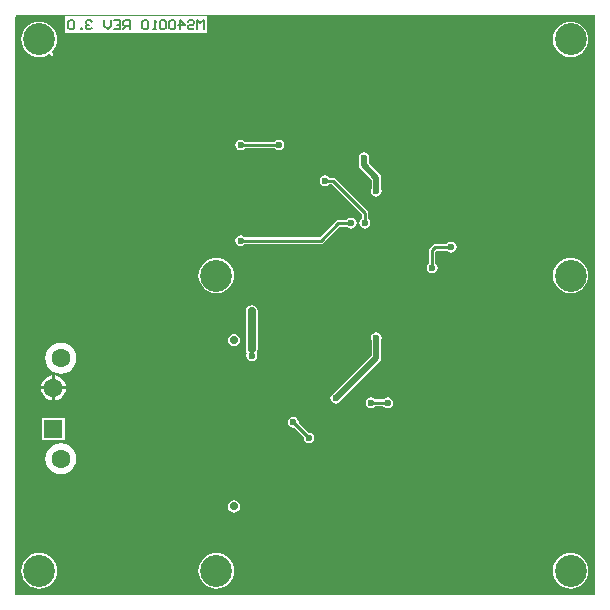
<source format=gbl>
G04*
G04 #@! TF.GenerationSoftware,Altium Limited,Altium Designer,18.1.9 (240)*
G04*
G04 Layer_Physical_Order=2*
G04 Layer_Color=16711680*
%FSLAX25Y25*%
%MOIN*%
G70*
G01*
G75*
%ADD11C,0.01968*%
%ADD14C,0.01000*%
%ADD15C,0.00591*%
%ADD60C,0.02756*%
%ADD62C,0.02756*%
%ADD63C,0.06299*%
%ADD64R,0.06299X0.06299*%
%ADD65C,0.10630*%
%ADD66C,0.02362*%
G36*
X195219Y1631D02*
X1631Y1631D01*
Y194378D01*
X2097Y194559D01*
X5414Y190935D01*
X5333Y190838D01*
X4901Y190310D01*
X4351Y189282D01*
X4013Y188167D01*
X3899Y187008D01*
X4013Y185848D01*
X4351Y184733D01*
X4901Y183706D01*
X5640Y182805D01*
X6540Y182066D01*
X7568Y181517D01*
X8683Y181178D01*
X9843Y181064D01*
X11002Y181178D01*
X12117Y181517D01*
X13145Y182066D01*
X13366Y182247D01*
X14449Y181064D01*
Y182402D01*
X14045Y182805D01*
X14784Y183706D01*
X15334Y184733D01*
X15672Y185848D01*
X15786Y187008D01*
X15672Y188167D01*
X15334Y189282D01*
X14784Y190310D01*
X14045Y191211D01*
X13145Y191950D01*
X12117Y192499D01*
X11002Y192837D01*
X9843Y192951D01*
X8683Y192837D01*
X7568Y192499D01*
X6540Y191950D01*
X5754Y191304D01*
X5640Y191211D01*
X2133Y194717D01*
X2202Y195020D01*
X2202Y195020D01*
X2656Y195219D01*
X195219Y195219D01*
Y1631D01*
D02*
G37*
%LPC*%
G36*
X65840Y194649D02*
X18329D01*
Y189119D01*
X65840D01*
Y194649D01*
D02*
G37*
G36*
X187008Y192951D02*
X185848Y192837D01*
X184733Y192499D01*
X183706Y191950D01*
X182805Y191211D01*
X182066Y190310D01*
X181517Y189282D01*
X181178Y188167D01*
X181064Y187008D01*
X181178Y185848D01*
X181517Y184733D01*
X182066Y183706D01*
X182805Y182805D01*
X183706Y182066D01*
X184733Y181517D01*
X185848Y181178D01*
X187008Y181064D01*
X188167Y181178D01*
X189282Y181517D01*
X190310Y182066D01*
X191211Y182805D01*
X191950Y183706D01*
X192499Y184733D01*
X192837Y185848D01*
X192951Y187008D01*
X192837Y188167D01*
X192499Y189282D01*
X191950Y190310D01*
X191211Y191211D01*
X190310Y191950D01*
X189282Y192499D01*
X188167Y192837D01*
X187008Y192951D01*
D02*
G37*
G36*
X89762Y153615D02*
X89067Y153477D01*
X88478Y153084D01*
X88369Y152919D01*
X78361D01*
X78253Y153082D01*
X77663Y153476D01*
X76968Y153614D01*
X76274Y153476D01*
X75684Y153082D01*
X75291Y152493D01*
X75152Y151798D01*
X75291Y151103D01*
X75684Y150514D01*
X76274Y150120D01*
X76968Y149982D01*
X77663Y150120D01*
X78253Y150514D01*
X78361Y150676D01*
X88371D01*
X88478Y150515D01*
X89067Y150122D01*
X89762Y149983D01*
X90457Y150122D01*
X91046Y150515D01*
X91440Y151104D01*
X91578Y151799D01*
X91440Y152494D01*
X91046Y153084D01*
X90457Y153477D01*
X89762Y153615D01*
D02*
G37*
G36*
X118110Y149339D02*
X117415Y149201D01*
X116826Y148807D01*
X116432Y148218D01*
X116294Y147523D01*
X116432Y146828D01*
X116495Y146735D01*
Y145068D01*
X116618Y144450D01*
X116968Y143926D01*
X120629Y140265D01*
Y137206D01*
X120566Y137112D01*
X120428Y136417D01*
X120566Y135722D01*
X120960Y135133D01*
X121549Y134739D01*
X122244Y134601D01*
X122939Y134739D01*
X123528Y135133D01*
X123922Y135722D01*
X124060Y136417D01*
X123922Y137112D01*
X123859Y137206D01*
Y140934D01*
X123736Y141552D01*
X123386Y142076D01*
X119726Y145737D01*
Y146735D01*
X119788Y146828D01*
X119926Y147523D01*
X119788Y148218D01*
X119394Y148807D01*
X118805Y149201D01*
X118110Y149339D01*
D02*
G37*
G36*
X113837Y127488D02*
X113142Y127349D01*
X112553Y126956D01*
X112444Y126793D01*
X109556D01*
X109556Y126793D01*
X109127Y126708D01*
X108763Y126465D01*
X108763Y126465D01*
X103357Y121059D01*
X78365D01*
X78256Y121221D01*
X77667Y121615D01*
X76972Y121753D01*
X76278Y121615D01*
X75688Y121221D01*
X75295Y120632D01*
X75156Y119937D01*
X75295Y119242D01*
X75688Y118653D01*
X76278Y118260D01*
X76972Y118121D01*
X77667Y118260D01*
X78256Y118653D01*
X78365Y118816D01*
X103822D01*
X103822Y118816D01*
X104251Y118901D01*
X104615Y119144D01*
X110021Y124550D01*
X112444D01*
X112553Y124388D01*
X113142Y123994D01*
X113837Y123856D01*
X114532Y123994D01*
X115121Y124388D01*
X115515Y124977D01*
X115653Y125672D01*
X115515Y126367D01*
X115121Y126956D01*
X114532Y127349D01*
X113837Y127488D01*
D02*
G37*
G36*
X105118Y141638D02*
X104423Y141500D01*
X103833Y141106D01*
X103440Y140517D01*
X103302Y139822D01*
X103440Y139127D01*
X103833Y138538D01*
X104423Y138144D01*
X105118Y138006D01*
X105813Y138144D01*
X106402Y138538D01*
X106510Y138700D01*
X107409D01*
X117289Y128820D01*
Y127064D01*
X117127Y126956D01*
X116733Y126367D01*
X116595Y125672D01*
X116733Y124977D01*
X117127Y124388D01*
X117716Y123994D01*
X118411Y123856D01*
X119106Y123994D01*
X119695Y124388D01*
X120089Y124977D01*
X120227Y125672D01*
X120089Y126367D01*
X119695Y126956D01*
X119532Y127064D01*
Y129285D01*
X119447Y129714D01*
X119204Y130078D01*
X119204Y130078D01*
X108667Y140615D01*
X108303Y140858D01*
X107874Y140944D01*
X107873Y140943D01*
X106510D01*
X106402Y141106D01*
X105813Y141500D01*
X105118Y141638D01*
D02*
G37*
G36*
X147146Y119516D02*
X146451Y119378D01*
X145862Y118984D01*
X145753Y118822D01*
X141875D01*
X141875Y118822D01*
X141446Y118737D01*
X141082Y118493D01*
X140036Y117448D01*
X139793Y117084D01*
X139708Y116655D01*
X139708Y116655D01*
Y112321D01*
X139545Y112213D01*
X139151Y111624D01*
X139013Y110928D01*
X139151Y110234D01*
X139545Y109644D01*
X140134Y109251D01*
X140829Y109113D01*
X141524Y109251D01*
X142113Y109644D01*
X142507Y110234D01*
X142645Y110928D01*
X142507Y111624D01*
X142113Y112213D01*
X141951Y112321D01*
Y116190D01*
X142340Y116579D01*
X145753D01*
X145862Y116416D01*
X146451Y116023D01*
X147146Y115884D01*
X147841Y116023D01*
X148430Y116416D01*
X148823Y117005D01*
X148962Y117700D01*
X148823Y118395D01*
X148430Y118984D01*
X147841Y119378D01*
X147146Y119516D01*
D02*
G37*
G36*
X187008Y114211D02*
X185848Y114097D01*
X184733Y113759D01*
X183706Y113210D01*
X182805Y112470D01*
X182066Y111570D01*
X181517Y110542D01*
X181178Y109427D01*
X181064Y108268D01*
X181178Y107108D01*
X181517Y105993D01*
X182066Y104966D01*
X182805Y104065D01*
X183706Y103326D01*
X184733Y102777D01*
X185848Y102438D01*
X187008Y102324D01*
X188167Y102438D01*
X189282Y102777D01*
X190310Y103326D01*
X191211Y104065D01*
X191950Y104966D01*
X192499Y105993D01*
X192837Y107108D01*
X192951Y108268D01*
X192837Y109427D01*
X192499Y110542D01*
X191950Y111570D01*
X191211Y112470D01*
X190310Y113210D01*
X189282Y113759D01*
X188167Y114097D01*
X187008Y114211D01*
D02*
G37*
G36*
X68898D02*
X67738Y114097D01*
X66623Y113759D01*
X65596Y113210D01*
X64695Y112470D01*
X63956Y111570D01*
X63406Y110542D01*
X63068Y109427D01*
X62954Y108268D01*
X63068Y107108D01*
X63406Y105993D01*
X63956Y104966D01*
X64695Y104065D01*
X65596Y103326D01*
X66623Y102777D01*
X67738Y102438D01*
X68898Y102324D01*
X70057Y102438D01*
X71172Y102777D01*
X72200Y103326D01*
X73100Y104065D01*
X73839Y104966D01*
X74389Y105993D01*
X74727Y107108D01*
X74841Y108268D01*
X74727Y109427D01*
X74389Y110542D01*
X73839Y111570D01*
X73100Y112470D01*
X72200Y113210D01*
X71172Y113759D01*
X70057Y114097D01*
X68898Y114211D01*
D02*
G37*
G36*
X74803Y88828D02*
X74031Y88674D01*
X73377Y88237D01*
X72940Y87583D01*
X72786Y86811D01*
X72940Y86039D01*
X73377Y85385D01*
X74031Y84948D01*
X74803Y84794D01*
X75575Y84948D01*
X76229Y85385D01*
X76666Y86039D01*
X76820Y86811D01*
X76666Y87583D01*
X76229Y88237D01*
X75575Y88674D01*
X74803Y88828D01*
D02*
G37*
G36*
X80709Y98375D02*
X79937Y98221D01*
X79283Y97784D01*
X78846Y97130D01*
X78692Y96358D01*
Y93308D01*
X78692Y93307D01*
Y83661D01*
X78846Y82890D01*
X79132Y82461D01*
X79031Y82311D01*
X78893Y81616D01*
X79031Y80921D01*
X79425Y80331D01*
X80014Y79938D01*
X80709Y79800D01*
X81404Y79938D01*
X81993Y80331D01*
X82387Y80921D01*
X82525Y81616D01*
X82387Y82311D01*
X82286Y82462D01*
X82572Y82890D01*
X82725Y83661D01*
Y93305D01*
X82726Y93307D01*
Y96358D01*
X82572Y97130D01*
X82135Y97784D01*
X81481Y98221D01*
X80709Y98375D01*
D02*
G37*
G36*
X17101Y85880D02*
X15762Y85704D01*
X14515Y85188D01*
X13444Y84366D01*
X12622Y83294D01*
X12105Y82047D01*
X11929Y80709D01*
X12105Y79370D01*
X12622Y78123D01*
X13444Y77052D01*
X14515Y76230D01*
X15762Y75713D01*
X17101Y75537D01*
X18439Y75713D01*
X19687Y76230D01*
X20758Y77052D01*
X21580Y78123D01*
X22096Y79370D01*
X22273Y80709D01*
X22096Y82047D01*
X21580Y83294D01*
X20758Y84366D01*
X19687Y85188D01*
X18439Y85704D01*
X17101Y85880D01*
D02*
G37*
G36*
X15121Y74986D02*
Y71366D01*
X18740D01*
X18663Y71949D01*
X18245Y72959D01*
X17580Y73826D01*
X16713Y74491D01*
X15704Y74909D01*
X15121Y74986D01*
D02*
G37*
G36*
X14120D02*
X13537Y74909D01*
X12528Y74491D01*
X11661Y73826D01*
X10996Y72959D01*
X10578Y71949D01*
X10501Y71366D01*
X14120D01*
Y74986D01*
D02*
G37*
G36*
X125984Y67663D02*
X125289Y67525D01*
X124700Y67131D01*
X124592Y66969D01*
X121906D01*
X121797Y67131D01*
X121208Y67525D01*
X120513Y67663D01*
X119818Y67525D01*
X119229Y67131D01*
X118835Y66542D01*
X118697Y65847D01*
X118835Y65152D01*
X119229Y64563D01*
X119818Y64170D01*
X120513Y64031D01*
X121208Y64170D01*
X121797Y64563D01*
X121906Y64726D01*
X124592D01*
X124700Y64563D01*
X125289Y64170D01*
X125984Y64031D01*
X126679Y64170D01*
X127268Y64563D01*
X127662Y65152D01*
X127800Y65847D01*
X127662Y66542D01*
X127268Y67131D01*
X126679Y67525D01*
X125984Y67663D01*
D02*
G37*
G36*
X18740Y70366D02*
X15121D01*
Y66746D01*
X15704Y66823D01*
X16713Y67241D01*
X17580Y67907D01*
X18245Y68773D01*
X18663Y69783D01*
X18740Y70366D01*
D02*
G37*
G36*
X14120D02*
X10501D01*
X10578Y69783D01*
X10996Y68773D01*
X11661Y67907D01*
X12528Y67241D01*
X13537Y66823D01*
X14120Y66746D01*
Y70366D01*
D02*
G37*
G36*
X122244Y89414D02*
X121549Y89276D01*
X120960Y88882D01*
X120566Y88293D01*
X120428Y87598D01*
X120566Y86904D01*
X120629Y86810D01*
Y81538D01*
X108114Y69023D01*
X108004Y69001D01*
X107414Y68607D01*
X107021Y68018D01*
X106883Y67323D01*
X107021Y66628D01*
X107414Y66039D01*
X108004Y65645D01*
X108699Y65507D01*
X109394Y65645D01*
X109983Y66039D01*
X110376Y66628D01*
X110398Y66738D01*
X123386Y79726D01*
X123736Y80251D01*
X123859Y80869D01*
Y86810D01*
X123922Y86904D01*
X124060Y87598D01*
X123922Y88293D01*
X123528Y88882D01*
X122939Y89276D01*
X122244Y89414D01*
D02*
G37*
G36*
X18370Y60836D02*
X10871D01*
Y53337D01*
X18370D01*
Y60836D01*
D02*
G37*
G36*
X94606Y61127D02*
X93911Y60989D01*
X93322Y60595D01*
X92928Y60006D01*
X92790Y59311D01*
X92928Y58616D01*
X93322Y58027D01*
X93911Y57633D01*
X94606Y57495D01*
X94798Y57533D01*
X98006Y54326D01*
X97967Y54134D01*
X98106Y53439D01*
X98499Y52850D01*
X99089Y52456D01*
X99783Y52318D01*
X100478Y52456D01*
X101068Y52850D01*
X101461Y53439D01*
X101600Y54134D01*
X101461Y54829D01*
X101068Y55418D01*
X100478Y55812D01*
X99783Y55950D01*
X99592Y55912D01*
X96384Y59119D01*
X96422Y59311D01*
X96284Y60006D01*
X95890Y60595D01*
X95301Y60989D01*
X94606Y61127D01*
D02*
G37*
G36*
X17101Y52416D02*
X15762Y52240D01*
X14515Y51723D01*
X13444Y50901D01*
X12622Y49830D01*
X12105Y48583D01*
X11929Y47244D01*
X12105Y45906D01*
X12622Y44658D01*
X13444Y43587D01*
X14515Y42765D01*
X15762Y42248D01*
X17101Y42072D01*
X18439Y42248D01*
X19687Y42765D01*
X20758Y43587D01*
X21580Y44658D01*
X22096Y45906D01*
X22273Y47244D01*
X22096Y48583D01*
X21580Y49830D01*
X20758Y50901D01*
X19687Y51723D01*
X18439Y52240D01*
X17101Y52416D01*
D02*
G37*
G36*
X74803Y33316D02*
X74031Y33162D01*
X73377Y32725D01*
X72940Y32071D01*
X72786Y31299D01*
X72940Y30527D01*
X73377Y29873D01*
X74031Y29436D01*
X74803Y29283D01*
X75575Y29436D01*
X76229Y29873D01*
X76666Y30527D01*
X76820Y31299D01*
X76666Y32071D01*
X76229Y32725D01*
X75575Y33162D01*
X74803Y33316D01*
D02*
G37*
G36*
X187008Y15786D02*
X185848Y15672D01*
X184733Y15334D01*
X183706Y14784D01*
X182805Y14045D01*
X182066Y13145D01*
X181517Y12117D01*
X181178Y11002D01*
X181064Y9843D01*
X181178Y8683D01*
X181517Y7568D01*
X182066Y6540D01*
X182805Y5640D01*
X183706Y4901D01*
X184733Y4351D01*
X185848Y4013D01*
X187008Y3899D01*
X188167Y4013D01*
X189282Y4351D01*
X190310Y4901D01*
X191211Y5640D01*
X191950Y6540D01*
X192499Y7568D01*
X192837Y8683D01*
X192951Y9843D01*
X192837Y11002D01*
X192499Y12117D01*
X191950Y13145D01*
X191211Y14045D01*
X190310Y14784D01*
X189282Y15334D01*
X188167Y15672D01*
X187008Y15786D01*
D02*
G37*
G36*
X68898D02*
X67738Y15672D01*
X66623Y15334D01*
X65596Y14784D01*
X64695Y14045D01*
X63956Y13145D01*
X63406Y12117D01*
X63068Y11002D01*
X62954Y9843D01*
X63068Y8683D01*
X63406Y7568D01*
X63956Y6540D01*
X64695Y5640D01*
X65596Y4901D01*
X66623Y4351D01*
X67738Y4013D01*
X68898Y3899D01*
X70057Y4013D01*
X71172Y4351D01*
X72200Y4901D01*
X73100Y5640D01*
X73839Y6540D01*
X74389Y7568D01*
X74727Y8683D01*
X74841Y9843D01*
X74727Y11002D01*
X74389Y12117D01*
X73839Y13145D01*
X73100Y14045D01*
X72200Y14784D01*
X71172Y15334D01*
X70057Y15672D01*
X68898Y15786D01*
D02*
G37*
G36*
X9843D02*
X8683Y15672D01*
X7568Y15334D01*
X6540Y14784D01*
X5640Y14045D01*
X4901Y13145D01*
X4351Y12117D01*
X4013Y11002D01*
X3899Y9843D01*
X4013Y8683D01*
X4351Y7568D01*
X4901Y6540D01*
X5640Y5640D01*
X6540Y4901D01*
X7568Y4351D01*
X8683Y4013D01*
X9843Y3899D01*
X11002Y4013D01*
X12117Y4351D01*
X13145Y4901D01*
X14045Y5640D01*
X14784Y6540D01*
X15334Y7568D01*
X15672Y8683D01*
X15786Y9843D01*
X15672Y11002D01*
X15334Y12117D01*
X14784Y13145D01*
X14045Y14045D01*
X13145Y14784D01*
X12117Y15334D01*
X11002Y15672D01*
X9843Y15786D01*
D02*
G37*
%LPD*%
D11*
X122244Y136417D02*
Y140934D01*
X118110Y145068D02*
X122244Y140934D01*
X118110Y145068D02*
Y147523D01*
X108699Y67323D02*
X122244Y80869D01*
Y87598D01*
D14*
X141875Y117700D02*
X147146D01*
X140829Y116655D02*
X141875Y117700D01*
X140829Y110928D02*
Y116655D01*
X109556Y125672D02*
X113837D01*
X103822Y119937D02*
X109556Y125672D01*
X76972Y119937D02*
X103822D01*
X118411Y125672D02*
Y129285D01*
X107874Y139822D02*
X118411Y129285D01*
X105118Y139822D02*
X107874D01*
X89761Y151798D02*
X89762Y151799D01*
X76968Y151798D02*
X89761D01*
X94606Y59311D02*
X99783Y54134D01*
X120513Y65847D02*
X125984D01*
D15*
X64649Y190310D02*
Y193458D01*
X63600Y192409D01*
X62550Y193458D01*
Y190310D01*
X59402Y192934D02*
X59926Y193458D01*
X60976D01*
X61501Y192934D01*
Y192409D01*
X60976Y191884D01*
X59926D01*
X59402Y191359D01*
Y190835D01*
X59926Y190310D01*
X60976D01*
X61501Y190835D01*
X56778Y190310D02*
Y193458D01*
X58352Y191884D01*
X56253D01*
X55203Y192934D02*
X54679Y193458D01*
X53629D01*
X53104Y192934D01*
Y190835D01*
X53629Y190310D01*
X54679D01*
X55203Y190835D01*
Y192934D01*
X52055D02*
X51530Y193458D01*
X50481D01*
X49956Y192934D01*
Y190835D01*
X50481Y190310D01*
X51530D01*
X52055Y190835D01*
Y192934D01*
X48906Y190310D02*
X47857D01*
X48381D01*
Y193458D01*
X48906Y192934D01*
X46282D02*
X45758Y193458D01*
X44708D01*
X44183Y192934D01*
Y190835D01*
X44708Y190310D01*
X45758D01*
X46282Y190835D01*
Y192934D01*
X39985Y190310D02*
Y193458D01*
X38411D01*
X37886Y192934D01*
Y191884D01*
X38411Y191359D01*
X39985D01*
X38936D02*
X37886Y190310D01*
X34738Y193458D02*
X36837D01*
Y190310D01*
X34738D01*
X36837Y191884D02*
X35787D01*
X33688Y193458D02*
Y191359D01*
X32638Y190310D01*
X31589Y191359D01*
Y193458D01*
X27391Y192934D02*
X26866Y193458D01*
X25817D01*
X25292Y192934D01*
Y192409D01*
X25817Y191884D01*
X26341D01*
X25817D01*
X25292Y191359D01*
Y190835D01*
X25817Y190310D01*
X26866D01*
X27391Y190835D01*
X24242Y190310D02*
Y190835D01*
X23718D01*
Y190310D01*
X24242D01*
X21618Y192934D02*
X21094Y193458D01*
X20044D01*
X19519Y192934D01*
Y190835D01*
X20044Y190310D01*
X21094D01*
X21618Y190835D01*
Y192934D01*
D60*
X80709Y93307D02*
Y96358D01*
X80709Y93307D02*
X80709Y93307D01*
X80709Y83661D02*
Y93307D01*
D62*
X74803Y86811D02*
D03*
Y31299D02*
D03*
D63*
X17101Y80709D02*
D03*
Y47244D02*
D03*
X14620Y70866D02*
D03*
D64*
Y57086D02*
D03*
D65*
X187008Y187008D02*
D03*
X9843D02*
D03*
Y9843D02*
D03*
X68898Y108268D02*
D03*
X187008D02*
D03*
Y9843D02*
D03*
X68898D02*
D03*
D66*
X158796Y143038D02*
D03*
X85630Y114828D02*
D03*
Y129316D02*
D03*
X95839Y115884D02*
D03*
X90551Y146408D02*
D03*
X95093Y132293D02*
D03*
X111197Y131614D02*
D03*
X140136Y135722D02*
D03*
X144798Y131700D02*
D03*
X130657Y122047D02*
D03*
X147146Y117700D02*
D03*
X140829Y110928D02*
D03*
X118411Y125672D02*
D03*
X113837D02*
D03*
X118110Y147523D02*
D03*
X105118Y139822D02*
D03*
X76972Y119937D02*
D03*
X76968Y151798D02*
D03*
X89762Y151799D02*
D03*
X108699Y67323D02*
D03*
X173228Y178992D02*
D03*
X183071Y159307D02*
D03*
X173228Y139622D02*
D03*
X183071Y119937D02*
D03*
X173228Y100252D02*
D03*
X183071Y80567D02*
D03*
X173228Y60882D02*
D03*
X183071Y41197D02*
D03*
X173228Y21512D02*
D03*
X153543Y178992D02*
D03*
X163386Y159307D02*
D03*
Y119937D02*
D03*
X153543Y100252D02*
D03*
X163386Y80567D02*
D03*
X153543Y60882D02*
D03*
X163386Y41197D02*
D03*
X153543Y21512D02*
D03*
X133858Y178992D02*
D03*
Y100252D02*
D03*
X143701Y41197D02*
D03*
X133858Y21512D02*
D03*
X114173Y178992D02*
D03*
Y100252D02*
D03*
X124016Y41197D02*
D03*
X114173Y21512D02*
D03*
X94488D02*
D03*
X84646Y159307D02*
D03*
X74803Y100252D02*
D03*
Y21512D02*
D03*
X55118Y178992D02*
D03*
Y100252D02*
D03*
Y60882D02*
D03*
Y21512D02*
D03*
X45276Y159307D02*
D03*
Y119937D02*
D03*
X35433Y100252D02*
D03*
X45276Y80567D02*
D03*
Y41197D02*
D03*
X35433Y21512D02*
D03*
X15748Y178992D02*
D03*
X25591Y159307D02*
D03*
X15748Y139622D02*
D03*
X25591Y119937D02*
D03*
Y80567D02*
D03*
Y41197D02*
D03*
X15748Y21512D02*
D03*
X25591Y114398D02*
D03*
X141339Y173110D02*
D03*
X133465D02*
D03*
X133837Y154528D02*
D03*
X54331Y167323D02*
D03*
X111279Y76674D02*
D03*
X107507Y82580D02*
D03*
X95794Y77719D02*
D03*
X94318Y81005D02*
D03*
X94057Y74784D02*
D03*
X63071Y35433D02*
D03*
X66850Y37402D02*
D03*
X63071Y39370D02*
D03*
X45480Y114097D02*
D03*
X66850Y41339D02*
D03*
X80709Y96358D02*
D03*
Y81616D02*
D03*
X112344Y147523D02*
D03*
X126040Y140732D02*
D03*
X138365Y154278D02*
D03*
X99016Y61476D02*
D03*
X94606Y59311D02*
D03*
X99783Y54134D02*
D03*
X122244Y87598D02*
D03*
Y136417D02*
D03*
X120513Y65847D02*
D03*
X125984D02*
D03*
X66850Y147638D02*
D03*
X69882Y132480D02*
D03*
X73721Y131972D02*
D03*
X55118Y129626D02*
D03*
X71260Y124213D02*
D03*
X64961Y127835D02*
D03*
X158700Y150435D02*
D03*
X135827Y76969D02*
D03*
X132143Y57972D02*
D03*
X36589Y72882D02*
D03*
X131797Y61181D02*
D03*
X138386Y67816D02*
D03*
M02*

</source>
